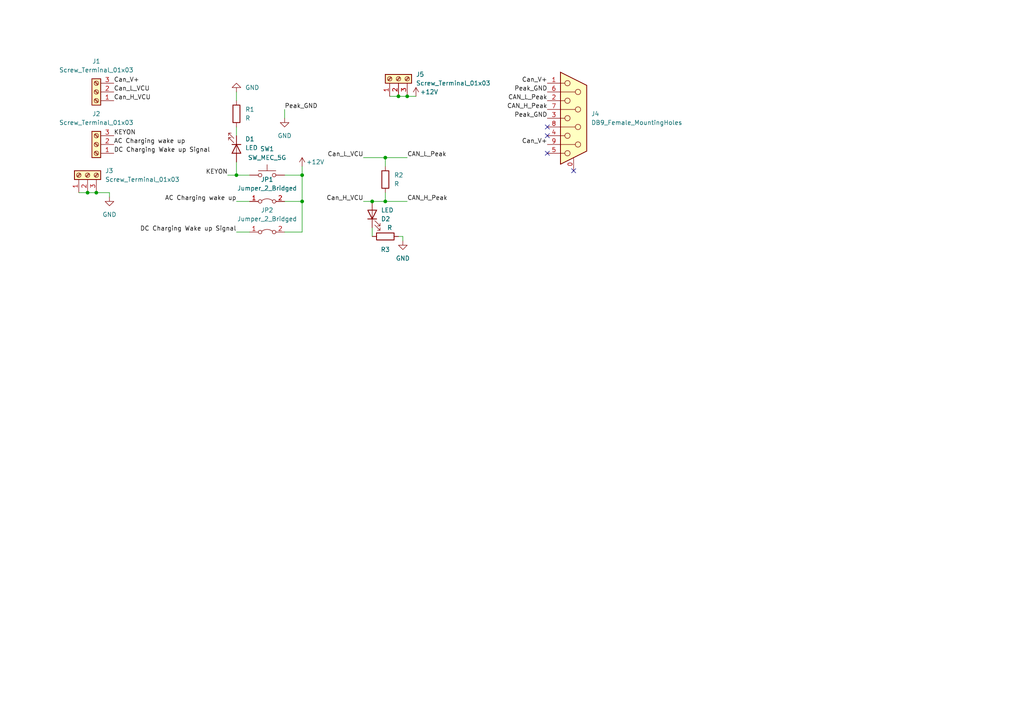
<source format=kicad_sch>
(kicad_sch (version 20211123) (generator eeschema)
  (paper "A4")
  (lib_symbols
    (symbol "Connector:DB9_Female_MountingHoles" (pin_names (offset 1.016) hide)
      (property "Reference" "J" (at 0 16.51 0))
      (property "Value" "DB9_Female_MountingHoles" (at 0 14.605 0))
      (symbol "DB9_Female_MountingHoles_0_1"
        (circle (center -1.778 -10.16) (radius 0.762))
        (circle (center -1.778 -5.08) (radius 0.762))
        (circle (center -1.778 0) (radius 0.762))
        (circle (center -1.778 5.08) (radius 0.762))
        (circle (center -1.778 10.16) (radius 0.762))
        (polyline (pts (xy -3.81 -10.16) (xy -2.54 -10.16)))
        (polyline (pts (xy -3.81 -7.62) (xy 0.508 -7.62)))
        (polyline (pts (xy -3.81 -5.08) (xy -2.54 -5.08)))
        (polyline (pts (xy -3.81 -2.54) (xy 0.508 -2.54)))
        (polyline (pts (xy -3.81 0) (xy -2.54 0)))
        (polyline (pts (xy -3.81 2.54) (xy 0.508 2.54)))
        (polyline (pts (xy -3.81 5.08) (xy -2.54 5.08)))
        (polyline (pts (xy -3.81 7.62) (xy 0.508 7.62)))
        (polyline (pts (xy -3.81 10.16) (xy -2.54 10.16)))
        (polyline (pts (xy -3.81 13.335) (xy -3.81 -13.335) (xy 3.81 -9.525) (xy 3.81 9.525) (xy -3.81 13.335)) (stroke (width 0.254)) (fill (type background)))
        (circle (center 1.27 -7.62) (radius 0.762))
        (circle (center 1.27 -2.54) (radius 0.762))
        (circle (center 1.27 2.54) (radius 0.762))
        (circle (center 1.27 7.62) (radius 0.762))
      )
      (symbol "DB9_Female_MountingHoles_1_1"
        (pin passive line (at 0 -15.24 90) (length 3.81) (name "PAD") (number "0"))
        (pin passive line (at -7.62 10.16 0) (length 3.81) (name "1") (number "1"))
        (pin passive line (at -7.62 5.08 0) (length 3.81) (name "2") (number "2"))
        (pin passive line (at -7.62 0 0) (length 3.81) (name "3") (number "3"))
        (pin passive line (at -7.62 -5.08 0) (length 3.81) (name "4") (number "4"))
        (pin passive line (at -7.62 -10.16 0) (length 3.81) (name "5") (number "5"))
        (pin passive line (at -7.62 7.62 0) (length 3.81) (name "6") (number "6"))
        (pin passive line (at -7.62 2.54 0) (length 3.81) (name "7") (number "7"))
        (pin passive line (at -7.62 -2.54 0) (length 3.81) (name "8") (number "8"))
        (pin passive line (at -7.62 -7.62 0) (length 3.81) (name "9") (number "9"))
      )
    )
    (symbol "Connector:Screw_Terminal_01x03" (pin_names (offset 1.016) hide)
      (property "Reference" "J" (at 0 5.08 0))
      (property "Value" "Screw_Terminal_01x03" (at 0 -5.08 0))
      (symbol "Screw_Terminal_01x03_1_1"
        (rectangle (start -1.27 3.81) (end 1.27 -3.81) (stroke (width 0.254)) (fill (type background)))
        (circle (center 0 -2.54) (radius 0.635) (stroke (width 0.1524)))
        (polyline (pts (xy -0.5334 -2.2098) (xy 0.3302 -3.048)) (stroke (width 0.1524)))
        (polyline (pts (xy -0.5334 0.3302) (xy 0.3302 -0.508)) (stroke (width 0.1524)))
        (polyline (pts (xy -0.5334 2.8702) (xy 0.3302 2.032)) (stroke (width 0.1524)))
        (polyline (pts (xy -0.3556 -2.032) (xy 0.508 -2.8702)) (stroke (width 0.1524)))
        (polyline (pts (xy -0.3556 0.508) (xy 0.508 -0.3302)) (stroke (width 0.1524)))
        (polyline (pts (xy -0.3556 3.048) (xy 0.508 2.2098)) (stroke (width 0.1524)))
        (circle (center 0 0) (radius 0.635) (stroke (width 0.1524)))
        (circle (center 0 2.54) (radius 0.635) (stroke (width 0.1524)))
        (pin passive line (at -5.08 2.54 0) (length 3.81) (name "Pin_1") (number "1"))
        (pin passive line (at -5.08 0 0) (length 3.81) (name "Pin_2") (number "2"))
        (pin passive line (at -5.08 -2.54 0) (length 3.81) (name "Pin_3") (number "3"))
      )
    )
    (symbol "Device:LED" (pin_numbers hide) (pin_names (offset 1.016) hide)
      (property "Reference" "D" (at 0 2.54 0))
      (property "Value" "LED" (at 0 -2.54 0))
      (symbol "LED_0_1"
        (polyline (pts (xy -1.27 -1.27) (xy -1.27 1.27)) (stroke (width 0.254)))
        (polyline (pts (xy -1.27 0) (xy 1.27 0)))
        (polyline (pts (xy 1.27 -1.27) (xy 1.27 1.27) (xy -1.27 0) (xy 1.27 -1.27)) (stroke (width 0.254)))
        (polyline (pts (xy -3.048 -0.762) (xy -4.572 -2.286) (xy -3.81 -2.286) (xy -4.572 -2.286) (xy -4.572 -1.524)))
        (polyline (pts (xy -1.778 -0.762) (xy -3.302 -2.286) (xy -2.54 -2.286) (xy -3.302 -2.286) (xy -3.302 -1.524)))
      )
      (symbol "LED_1_1"
        (pin passive line (at -3.81 0 0) (length 2.54) (name "K") (number "1"))
        (pin passive line (at 3.81 0 180) (length 2.54) (name "A") (number "2"))
      )
    )
    (symbol "Device:R" (pin_numbers hide) (pin_names (offset 0))
      (property "Reference" "R" (at 2.032 0 90))
      (property "Value" "R" (at 0 0 90))
      (symbol "R_0_1"
        (rectangle (start -1.016 -2.54) (end 1.016 2.54) (stroke (width 0.254)))
      )
      (symbol "R_1_1"
        (pin passive line (at 0 3.81 270) (length 1.27) (name "~") (number "1"))
        (pin passive line (at 0 -3.81 90) (length 1.27) (name "~") (number "2"))
      )
    )
    (symbol "Jumper:Jumper_2_Bridged" (pin_names (offset 0) hide)
      (property "Reference" "JP" (at 0 1.905 0))
      (property "Value" "Jumper_2_Bridged" (at 0 -2.54 0))
      (symbol "Jumper_2_Bridged_0_0"
        (circle (center -2.032 0) (radius 0.508))
        (circle (center 2.032 0) (radius 0.508))
      )
      (symbol "Jumper_2_Bridged_0_1"
        (arc (start 1.524 0.254) (mid 0 0.762) (end -1.524 0.254))
      )
      (symbol "Jumper_2_Bridged_1_1"
        (pin passive line (at -5.08 0 0) (length 2.54) (name "A") (number "1"))
        (pin passive line (at 5.08 0 180) (length 2.54) (name "B") (number "2"))
      )
    )
    (symbol "Switch:SW_MEC_5G" (pin_numbers hide) (pin_names (offset 1.016) hide)
      (property "Reference" "SW" (at 1.27 2.54 0))
      (property "Value" "SW_MEC_5G" (at 0 -1.524 0))
      (symbol "SW_MEC_5G_0_1"
        (circle (center -2.032 0) (radius 0.508))
        (polyline (pts (xy 0 1.27) (xy 0 3.048)))
        (polyline (pts (xy 2.54 1.27) (xy -2.54 1.27)))
        (circle (center 2.032 0) (radius 0.508))
        (pin passive line (at -5.08 0 0) (length 2.54) (name "A") (number "1"))
        (pin passive line (at 5.08 0 180) (length 2.54) (name "B") (number "3"))
      )
      (symbol "SW_MEC_5G_1_1"
        (pin passive line (at -5.08 0 0) (length 2.54) hide (name "A") (number "2"))
        (pin passive line (at 5.08 0 180) (length 2.54) hide (name "B") (number "4"))
      )
    )
    (symbol "power:+12V" (power) (pin_names (offset 0))
      (property "Value" "+12V" (at 0 3.556 0))
      (symbol "+12V_0_1"
        (polyline (pts (xy -0.762 1.27) (xy 0 2.54)))
        (polyline (pts (xy 0 0) (xy 0 2.54)))
        (polyline (pts (xy 0 2.54) (xy 0.762 1.27)))
      )
      (symbol "+12V_1_1"
        (pin power_in line (at 0 0 90) (length 0) hide (name "+12V") (number "1"))
      )
    )
    (symbol "power:GND" (power) (pin_names (offset 0))
      (property "Value" "GND" (at 0 -3.81 0))
      (symbol "GND_0_1"
        (polyline (pts (xy 0 0) (xy 0 -1.27) (xy 1.27 -1.27) (xy 0 -2.54) (xy -1.27 -1.27) (xy 0 -1.27)))
      )
      (symbol "GND_1_1"
        (pin power_in line (at 0 0 270) (length 0) hide (name "GND") (number "1"))
      )
    )
  )
  (junction (at 115.57 27.94))
  (junction (at 107.95 58.42))
  (junction (at 111.76 45.72))
  (junction (at 118.11 27.94))
  (junction (at 68.58 50.8))
  (junction (at 87.63 58.42))
  (junction (at 25.4 55.88))
  (junction (at 111.76 58.42))
  (junction (at 87.63 50.8))
  (junction (at 27.94 55.88))
  (no_connect (at 158.75 39.37))
  (no_connect (at 158.75 44.45))
  (no_connect (at 158.75 36.83))
  (no_connect (at 166.37 49.53))
  (wire (pts (xy 116.84 68.58) (xy 116.84 69.85)))
  (wire (pts (xy 107.95 66.04) (xy 107.95 68.58)))
  (wire (pts (xy 111.76 45.72) (xy 118.11 45.72)))
  (wire (pts (xy 87.63 58.42) (xy 87.63 67.31)))
  (wire (pts (xy 68.58 36.83) (xy 68.58 39.37)))
  (wire (pts (xy 68.58 58.42) (xy 72.39 58.42)))
  (wire (pts (xy 118.11 27.94) (xy 120.65 27.94)))
  (wire (pts (xy 82.55 31.75) (xy 82.55 34.29)))
  (wire (pts (xy 82.55 50.8) (xy 87.63 50.8)))
  (wire (pts (xy 66.04 50.8) (xy 68.58 50.8)))
  (wire (pts (xy 82.55 58.42) (xy 87.63 58.42)))
  (wire (pts (xy 25.4 55.88) (xy 27.94 55.88)))
  (wire (pts (xy 68.58 26.67) (xy 68.58 29.21)))
  (wire (pts (xy 107.95 58.42) (xy 111.76 58.42)))
  (wire (pts (xy 68.58 50.8) (xy 72.39 50.8)))
  (wire (pts (xy 68.58 46.99) (xy 68.58 50.8)))
  (wire (pts (xy 31.75 55.88) (xy 31.75 57.15)))
  (wire (pts (xy 22.86 55.88) (xy 25.4 55.88)))
  (wire (pts (xy 111.76 45.72) (xy 111.76 48.26)))
  (wire (pts (xy 68.58 67.31) (xy 72.39 67.31)))
  (wire (pts (xy 87.63 50.8) (xy 87.63 58.42)))
  (wire (pts (xy 111.76 58.42) (xy 118.11 58.42)))
  (wire (pts (xy 87.63 48.26) (xy 87.63 50.8)))
  (wire (pts (xy 105.41 45.72) (xy 111.76 45.72)))
  (wire (pts (xy 27.94 55.88) (xy 31.75 55.88)))
  (wire (pts (xy 115.57 68.58) (xy 116.84 68.58)))
  (wire (pts (xy 105.41 58.42) (xy 107.95 58.42)))
  (wire (pts (xy 111.76 55.88) (xy 111.76 58.42)))
  (wire (pts (xy 113.03 27.94) (xy 115.57 27.94)))
  (wire (pts (xy 115.57 27.94) (xy 118.11 27.94)))
  (wire (pts (xy 82.55 67.31) (xy 87.63 67.31)))
  (label "Peak_GND" (at 82.55 31.75 0))
  (label "Can_V+" (at 33.02 24.13 0))
  (label "AC Charging wake up" (at 68.58 58.42 180))
  (label "Can_H_VCU" (at 33.02 29.21 0))
  (label "DC Charging Wake up Signal" (at 68.58 67.31 180))
  (label "AC Charging wake up" (at 33.02 41.91 0))
  (label "Can_H_VCU" (at 105.41 58.42 180))
  (label "CAN_H_Peak" (at 158.75 31.75 180))
  (label "Can_V+" (at 158.75 41.91 180))
  (label "Can_V+" (at 158.75 24.13 180))
  (label "Peak_GND" (at 158.75 34.29 180))
  (label "DC Charging Wake up Signal" (at 33.02 44.45 0))
  (label "Peak_GND" (at 158.75 26.67 180))
  (label "CAN_L_Peak" (at 158.75 29.21 180))
  (label "CAN_H_Peak" (at 118.11 58.42 0))
  (label "KEYON" (at 66.04 50.8 180))
  (label "Can_L_VCU" (at 33.02 26.67 0))
  (label "CAN_L_Peak" (at 118.11 45.72 0))
  (label "Can_L_VCU" (at 105.41 45.72 180))
  (label "KEYON" (at 33.02 39.37 0))
  (symbol (lib_id "Jumper:Jumper_2_Bridged") (at 77.47 67.31 0) (unit 1)
    (property "Reference" "JP2" (at 77.47 60.96 0))
    (property "Value" "Jumper_2_Bridged" (at 77.47 63.5 0))
    (property "Footprint" "Connector_PinHeader_2.54mm:PinHeader_1x02_P2.54mm_Vertical" (effects hide))
  )
  (symbol (lib_id "Device:R") (at 68.58 33.02 0) (unit 1)
    (property "Reference" "R1" (at 71.12 31.7499 0) (effects (justify left)))
    (property "Value" "R" (at 71.12 34.2899 0) (effects (justify left)))
    (property "Footprint" "Resistor_THT:R_Axial_DIN0414_L11.9mm_D4.5mm_P15.24mm_Horizontal" (effects hide))
  )
  (symbol (lib_id "power:GND") (at 82.55 34.29 0) (unit 1)
    (property "Reference" "#PWR02" (effects hide))
    (property "Value" "GND" (at 82.55 39.37 0))
  )
  (symbol (lib_id "Device:LED") (at 68.58 43.18 270) (unit 1)
    (property "Reference" "D1" (at 71.12 40.3224 90) (effects (justify left)))
    (property "Value" "LED" (at 71.12 42.8624 90) (effects (justify left)))
    (property "Footprint" "LED_THT:LED_D5.0mm" (effects hide))
  )
  (symbol (lib_id "power:GND") (at 31.75 57.15 0) (unit 1)
    (property "Reference" "#PWR0101" (effects hide))
    (property "Value" "GND" (at 31.75 62.23 0))
  )
  (symbol (lib_id "Connector:Screw_Terminal_01x03") (at 27.94 26.67 180) (unit 1)
    (property "Reference" "J1" (at 27.94 17.78 0))
    (property "Value" "Screw_Terminal_01x03" (at 27.94 20.32 0))
    (property "Footprint" "TerminalBlock:TerminalBlock_bornier-3_P5.08mm" (effects hide))
  )
  (symbol (lib_id "power:+12V") (at 87.63 48.26 0) (unit 1)
    (property "Reference" "#PWR03" (effects hide))
    (property "Value" "+12V" (at 91.44 46.99 0))
  )
  (symbol (lib_id "Connector:Screw_Terminal_01x03") (at 115.57 22.86 90) (unit 1)
    (property "Reference" "J5" (at 120.65 21.5899 90) (effects (justify right)))
    (property "Value" "Screw_Terminal_01x03" (at 120.65 24.1299 90) (effects (justify right)))
    (property "Footprint" "TerminalBlock:TerminalBlock_bornier-3_P5.08mm" (effects hide))
  )
  (symbol (lib_id "Device:R") (at 111.76 68.58 90) (unit 1)
    (property "Reference" "R3" (at 111.76 72.39 90))
    (property "Value" "R" (at 113.03 66.04 90))
    (property "Footprint" "Resistor_THT:R_Axial_DIN0414_L11.9mm_D4.5mm_P15.24mm_Horizontal" (effects hide))
  )
  (symbol (lib_id "power:GND") (at 68.58 26.67 180) (unit 1)
    (property "Reference" "#PWR01" (effects hide))
    (property "Value" "GND" (at 71.12 25.3999 0) (effects (justify right)))
  )
  (symbol (lib_id "Connector:Screw_Terminal_01x03") (at 27.94 41.91 180) (unit 1)
    (property "Reference" "J2" (at 27.94 33.02 0))
    (property "Value" "Screw_Terminal_01x03" (at 27.94 35.56 0))
    (property "Footprint" "TerminalBlock:TerminalBlock_bornier-3_P5.08mm" (effects hide))
  )
  (symbol (lib_id "Device:LED") (at 107.95 62.23 90) (unit 1)
    (property "Reference" "D2" (at 110.49 63.5 90) (effects (justify right)))
    (property "Value" "LED" (at 110.49 60.96 90) (effects (justify right)))
    (property "Footprint" "LED_THT:LED_D5.0mm" (effects hide))
  )
  (symbol (lib_id "power:+12V") (at 120.65 27.94 0) (unit 1)
    (property "Reference" "#PWR05" (effects hide))
    (property "Value" "+12V" (at 124.46 26.67 0))
  )
  (symbol (lib_id "Connector:DB9_Female_MountingHoles") (at 166.37 34.29 0) (unit 1)
    (property "Reference" "J4" (at 171.45 33.0199 0) (effects (justify left)))
    (property "Value" "DB9_Female_MountingHoles" (at 171.45 35.5599 0) (effects (justify left)))
    (property "Footprint" "Connector_Dsub:DSUB-9_Female_Horizontal_P2.77x2.84mm_EdgePinOffset7.70mm_Housed_MountingHolesOffset9.12mm" (effects hide))
    (property "Datasheet" " ~" (effects hide))
  )
  (symbol (lib_id "power:GND") (at 116.84 69.85 0) (unit 1)
    (property "Reference" "#PWR04" (effects hide))
    (property "Value" "GND" (at 116.84 74.93 0))
  )
  (symbol (lib_id "Connector:Screw_Terminal_01x03") (at 25.4 50.8 90) (unit 1)
    (property "Reference" "J3" (at 30.48 49.5299 90) (effects (justify right)))
    (property "Value" "Screw_Terminal_01x03" (at 30.48 52.0699 90) (effects (justify right)))
    (property "Footprint" "TerminalBlock:TerminalBlock_bornier-3_P5.08mm" (effects hide))
  )
  (symbol (lib_id "Switch:SW_MEC_5G") (at 77.47 50.8 0) (unit 1)
    (property "Reference" "SW1" (at 77.47 43.18 0))
    (property "Value" "SW_MEC_5G" (at 77.47 45.72 0))
    (property "Footprint" "EPSA_lib:Interrupteur 1Channel" (effects hide))
    (property "Datasheet" "http://www.apem.com/int/index.php?controller=attachment&id_attachment=488" (effects hide))
  )
  (symbol (lib_id "Device:R") (at 111.76 52.07 0) (unit 1)
    (property "Reference" "R2" (at 114.3 50.7999 0) (effects (justify left)))
    (property "Value" "R" (at 114.3 53.3399 0) (effects (justify left)))
    (property "Footprint" "Resistor_THT:R_Axial_DIN0414_L11.9mm_D4.5mm_P15.24mm_Horizontal" (effects hide))
  )
  (symbol (lib_id "Jumper:Jumper_2_Bridged") (at 77.47 58.42 0) (unit 1)
    (property "Reference" "JP1" (at 77.47 52.07 0))
    (property "Value" "Jumper_2_Bridged" (at 77.47 54.61 0))
    (property "Footprint" "Connector_PinHeader_2.54mm:PinHeader_1x02_P2.54mm_Vertical" (effects hide))
  )
)
</source>
